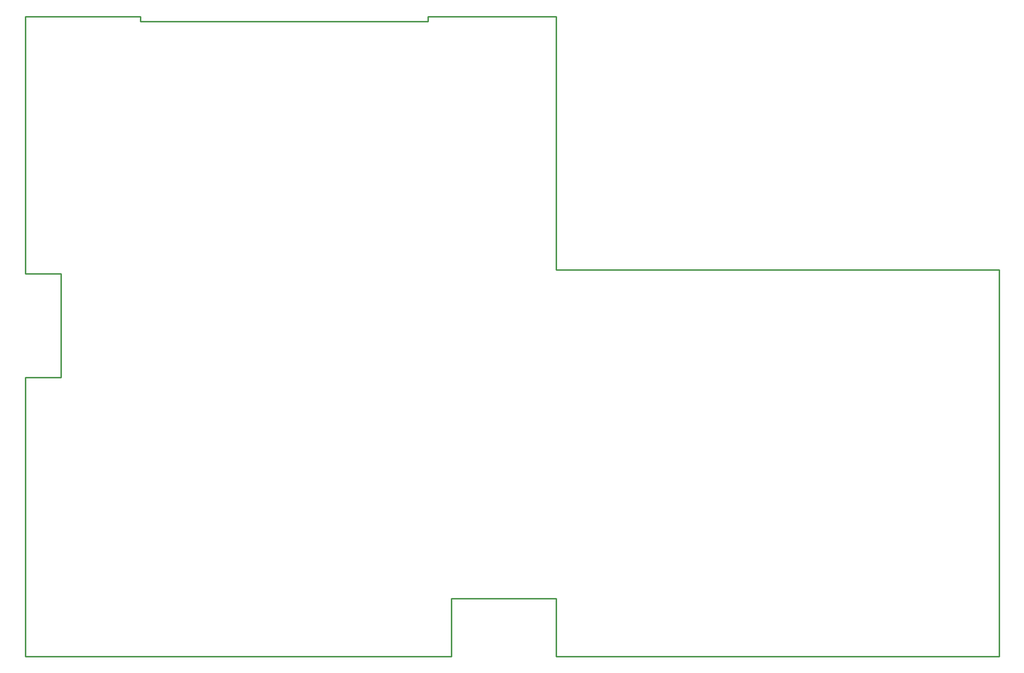
<source format=gbr>
G04 EAGLE Gerber RS-274X export*
G75*
%MOMM*%
%FSLAX34Y34*%
%LPD*%
%IN*%
%IPPOS*%
%AMOC8*
5,1,8,0,0,1.08239X$1,22.5*%
G01*
G04 Define Apertures*
%ADD10C,0.254000*%
D10*
X-1692000Y0D02*
X-952000Y0D01*
X-952000Y100000D01*
X-770000Y100000D01*
X-770000Y0D01*
X-47Y0D01*
X-23Y23D01*
X-23Y672023D01*
X-769977Y672023D01*
X-769977Y1112000D01*
X-992000Y1112000D01*
X-992000Y1104000D01*
X-1492000Y1104000D01*
X-1492000Y1112000D01*
X-1692000Y1112000D01*
X-1692000Y664934D01*
X-1629464Y664934D01*
X-1629464Y484941D01*
X-1692000Y484941D01*
X-1692000Y0D01*
M02*

</source>
